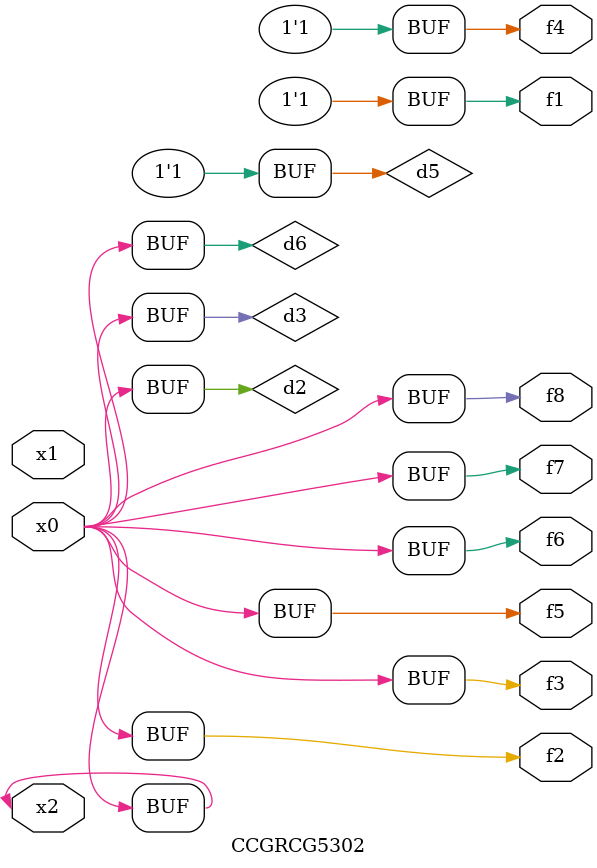
<source format=v>
module CCGRCG5302(
	input x0, x1, x2,
	output f1, f2, f3, f4, f5, f6, f7, f8
);

	wire d1, d2, d3, d4, d5, d6;

	xnor (d1, x2);
	buf (d2, x0, x2);
	and (d3, x0);
	xnor (d4, x1, x2);
	nand (d5, d1, d3);
	buf (d6, d2, d3);
	assign f1 = d5;
	assign f2 = d6;
	assign f3 = d6;
	assign f4 = d5;
	assign f5 = d6;
	assign f6 = d6;
	assign f7 = d6;
	assign f8 = d6;
endmodule

</source>
